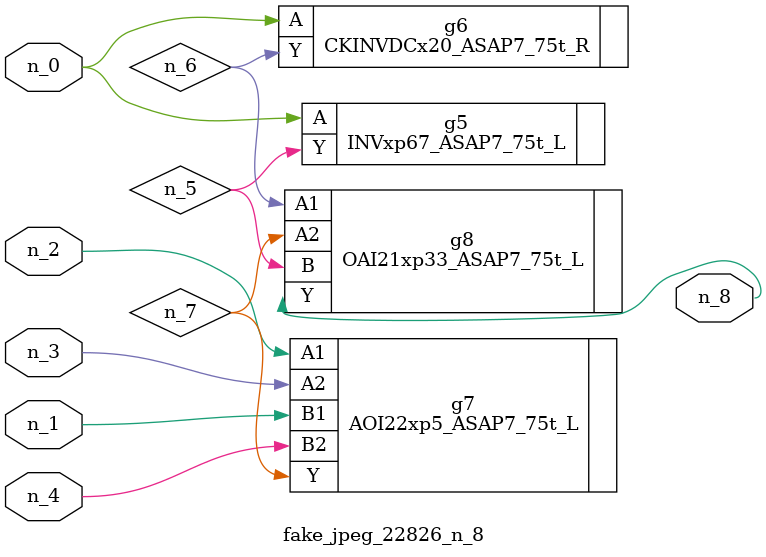
<source format=v>
module fake_jpeg_22826_n_8 (n_3, n_2, n_1, n_0, n_4, n_8);

input n_3;
input n_2;
input n_1;
input n_0;
input n_4;

output n_8;

wire n_6;
wire n_5;
wire n_7;

INVxp67_ASAP7_75t_L g5 ( 
.A(n_0),
.Y(n_5)
);

CKINVDCx20_ASAP7_75t_R g6 ( 
.A(n_0),
.Y(n_6)
);

AOI22xp5_ASAP7_75t_L g7 ( 
.A1(n_2),
.A2(n_3),
.B1(n_1),
.B2(n_4),
.Y(n_7)
);

OAI21xp33_ASAP7_75t_L g8 ( 
.A1(n_6),
.A2(n_7),
.B(n_5),
.Y(n_8)
);


endmodule
</source>
